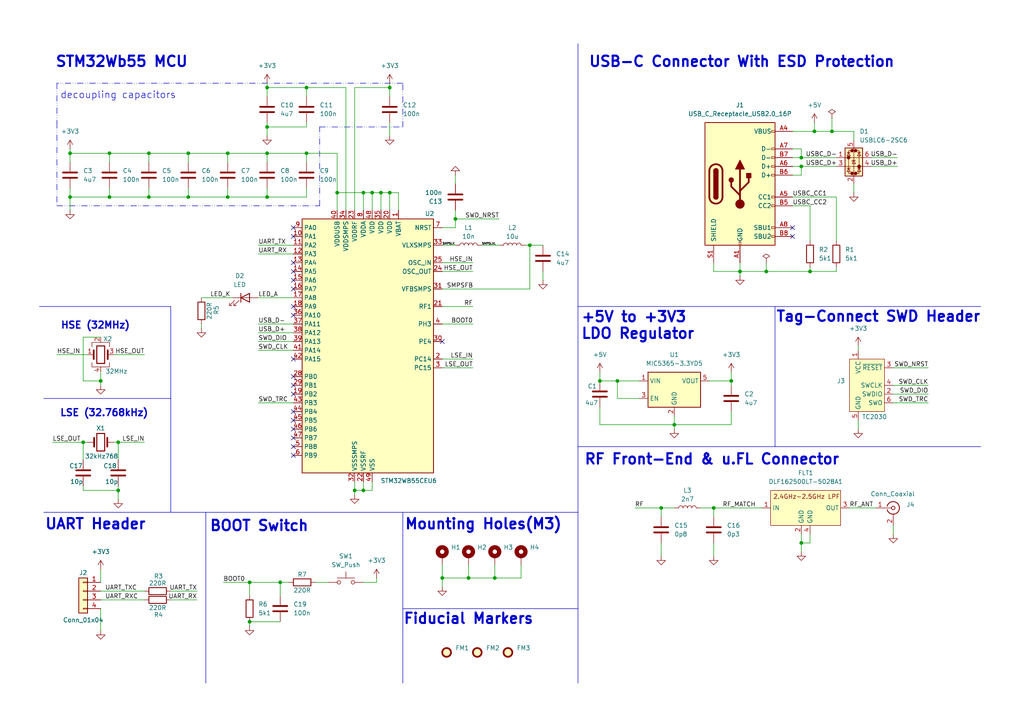
<source format=kicad_sch>
(kicad_sch (version 20231120) (generator "eeschema") (generator_version "8.0")
  (paper "A4")
  (title_block (title "STM32WB bluetooth module with RF") (date "2024-05-01") (rev "A"))
  (lib_symbols
    (symbol "Connector:Conn_ARM_SWD_TagConnect_TC2030" (in_bom no)
      (property "Reference" "J" (at 2.54 11.43 0))
      (property "Value" "Conn_ARM_SWD_TagConnect_TC2030" (at 5.08 8.89 0))
      (symbol "Conn_ARM_SWD_TagConnect_TC2030_0_0"
        (pin power_in line (at -2.54 10.16 270) (length 2.54) (name "VCC") (number "1"))
        (pin bidirectional line (at 7.62 -2.54 180) (length 2.54) (name "SWDIO") (number "2"))
        (pin open_collector line (at 7.62 5.08 180) (length 2.54) (name "~{RESET}") (number "3"))
        (pin output line (at 7.62 0 180) (length 2.54) (name "SWCLK") (number "4"))
        (pin power_in line (at -2.54 -10.16 90) (length 2.54) (name "GND") (number "5"))
        (pin input line (at 7.62 -5.08 180) (length 2.54) (name "SWO") (number "6"))
      )
    )
    (symbol "Connector:Conn_Coaxial" (pin_names (offset 1.016) hide)
      (property "Reference" "J" (at 0.254 3.048 0))
      (property "Value" "Conn_Coaxial" (at 2.921 0 90))
      (symbol "Conn_Coaxial_1_1"
        (pin passive line (at -5.08 0 0) (length 2.54) (name "In") (number "1"))
        (pin passive line (at 0 -5.08 90) (length 2.54) (name "Ext") (number "2"))
      )
    )
    (symbol "Connector:USB_C_Receptacle_USB2.0_16P" (pin_names (offset 1.016))
      (property "Reference" "J1" (at 0 22.86 0))
      (property "Value" "USB_C_Receptacle_USB2.0_16P" (at 0 20.32 0))
      (symbol "USB_C_Receptacle_USB2.0_16P_1_1"
        (pin passive line (at 0 -22.86 90) (length 5.08) (name "GND") (number "A1"))
        (pin passive line (at 0 -22.86 90) (length 5.08) hide (name "GND") (number "A12"))
        (pin passive line (at 15.24 15.24 180) (length 5.08) (name "VBUS") (number "A4"))
        (pin bidirectional line (at 15.24 -3.81 180) (length 5.08) (name "CC1") (number "A5"))
        (pin bidirectional line (at 15.24 5.08 180) (length 5.08) (name "D+") (number "A6"))
        (pin bidirectional line (at 15.24 10.16 180) (length 5.08) (name "D-") (number "A7"))
        (pin bidirectional line (at 15.24 -12.7 180) (length 5.08) (name "SBU1") (number "A8"))
        (pin passive line (at 15.24 15.24 180) (length 5.08) hide (name "VBUS") (number "A9"))
        (pin passive line (at 0 -22.86 90) (length 5.08) hide (name "GND") (number "B1"))
        (pin passive line (at 0 -22.86 90) (length 5.08) hide (name "GND") (number "B12"))
        (pin passive line (at 15.24 15.24 180) (length 5.08) hide (name "VBUS") (number "B4"))
        (pin bidirectional line (at 15.24 -6.35 180) (length 5.08) (name "CC2") (number "B5"))
        (pin bidirectional line (at 15.24 2.54 180) (length 5.08) (name "D+") (number "B6"))
        (pin bidirectional line (at 15.24 7.62 180) (length 5.08) (name "D-") (number "B7"))
        (pin bidirectional line (at 15.24 -15.24 180) (length 5.08) (name "SBU2") (number "B8"))
        (pin passive line (at 15.24 15.24 180) (length 5.08) hide (name "VBUS") (number "B9"))
        (pin passive line (at -7.62 -22.86 90) (length 5.08) (name "SHIELD") (number "S1"))
      )
    )
    (symbol "Connector_Generic:Conn_01x04" (pin_names (offset 1.016) hide)
      (property "Reference" "J" (at 0 5.08 0))
      (property "Value" "Conn_01x04" (at 0 -7.62 0))
      (symbol "Conn_01x04_1_1"
        (pin passive line (at -5.08 2.54 0) (length 3.81) (name "Pin_1") (number "1"))
        (pin passive line (at -5.08 0 0) (length 3.81) (name "Pin_2") (number "2"))
        (pin passive line (at -5.08 -2.54 0) (length 3.81) (name "Pin_3") (number "3"))
        (pin passive line (at -5.08 -5.08 0) (length 3.81) (name "Pin_4") (number "4"))
      )
    )
    (symbol "Device:C" (pin_numbers hide) (pin_names (offset 0.254))
      (property "Reference" "C" (at 0.635 2.54 0))
      (property "Value" "C" (at 0.635 -2.54 0))
      (symbol "C_1_1"
        (pin passive line (at 0 3.81 270) (length 2.794) (name "~") (number "1"))
        (pin passive line (at 0 -3.81 90) (length 2.794) (name "~") (number "2"))
      )
    )
    (symbol "Device:Crystal" (pin_numbers hide) (pin_names (offset 1.016) hide)
      (property "Reference" "Y" (at 0 3.81 0))
      (property "Value" "Crystal" (at 0 -3.81 0))
      (symbol "Crystal_1_1"
        (pin passive line (at -3.81 0 0) (length 1.27) (name "1") (number "1"))
        (pin passive line (at 3.81 0 180) (length 1.27) (name "2") (number "2"))
      )
    )
    (symbol "Device:Crystal_GND24" (pin_names (offset 1.016) hide)
      (property "Reference" "Y" (at 3.175 5.08 0))
      (property "Value" "Crystal_GND24" (at 3.175 3.175 0))
      (symbol "Crystal_GND24_1_1"
        (pin passive line (at -3.81 0 0) (length 1.27) (name "1") (number "1"))
        (pin passive line (at 0 5.08 270) (length 1.27) (name "2") (number "2"))
        (pin passive line (at 3.81 0 180) (length 1.27) (name "3") (number "3"))
        (pin passive line (at 0 -5.08 90) (length 1.27) (name "4") (number "4"))
      )
    )
    (symbol "Device:L" (pin_numbers hide) (pin_names (offset 1.016) hide)
      (property "Reference" "L" (at -1.27 0 90))
      (property "Value" "L" (at 1.905 0 90))
      (symbol "L_1_1"
        (pin passive line (at 0 3.81 270) (length 1.27) (name "1") (number "1"))
        (pin passive line (at 0 -3.81 90) (length 1.27) (name "2") (number "2"))
      )
    )
    (symbol "Device:LED" (pin_numbers hide) (pin_names (offset 1.016) hide)
      (property "Reference" "D" (at 0 2.54 0))
      (property "Value" "LED" (at 0 -2.54 0))
      (symbol "LED_1_1"
        (pin passive line (at -3.81 0 0) (length 2.54) (name "K") (number "1"))
        (pin passive line (at 3.81 0 180) (length 2.54) (name "A") (number "2"))
      )
    )
    (symbol "Device:R" (pin_numbers hide) (pin_names (offset 0))
      (property "Reference" "R" (at 2.032 0 90))
      (property "Value" "R" (at 0 0 90))
      (symbol "R_1_1"
        (pin passive line (at 0 3.81 270) (length 1.27) (name "~") (number "1"))
        (pin passive line (at 0 -3.81 90) (length 1.27) (name "~") (number "2"))
      )
    )
    (symbol "MCU_ST_STM32WB:STM32WB55CEUx"
      (property "Reference" "U" (at -17.78 39.37 0))
      (property "Value" "STM32WB55CEUx" (at 12.7 39.37 0))
      (symbol "STM32WB55CEUx_1_1"
        (pin power_in line (at -7.62 40.64 270) (length 2.54) (name "VBAT") (number "1"))
        (pin bidirectional line (at 22.86 33.02 180) (length 2.54) (name "PA1") (number "10"))
        (pin bidirectional line (at 22.86 30.48 180) (length 2.54) (name "PA2") (number "11"))
        (pin bidirectional line (at 22.86 27.94 180) (length 2.54) (name "PA3") (number "12"))
        (pin bidirectional line (at 22.86 25.4 180) (length 2.54) (name "PA4") (number "13"))
        (pin bidirectional line (at 22.86 22.86 180) (length 2.54) (name "PA5") (number "14"))
        (pin bidirectional line (at 22.86 20.32 180) (length 2.54) (name "PA6") (number "15"))
        (pin bidirectional line (at 22.86 17.78 180) (length 2.54) (name "PA7") (number "16"))
        (pin bidirectional line (at 22.86 15.24 180) (length 2.54) (name "PA8") (number "17"))
        (pin bidirectional line (at 22.86 12.7 180) (length 2.54) (name "PA9") (number "18"))
        (pin bidirectional line (at 22.86 -12.7 180) (length 2.54) (name "PB2") (number "19"))
        (pin bidirectional line (at -20.32 -2.54 0) (length 2.54) (name "PC14") (number "2"))
        (pin power_in line (at -5.08 40.64 270) (length 2.54) (name "VDD") (number "20"))
        (pin bidirectional line (at -20.32 12.7 0) (length 2.54) (name "RF1") (number "21"))
        (pin power_in line (at 2.54 -38.1 90) (length 2.54) (name "VSSRF") (number "22"))
        (pin power_in line (at 5.08 40.64 270) (length 2.54) (name "VDDRF") (number "23"))
        (pin input line (at -20.32 22.86 0) (length 2.54) (name "OSC_OUT") (number "24"))
        (pin input line (at -20.32 25.4 0) (length 2.54) (name "OSC_IN") (number "25"))
        (pin no_connect line (at -17.78 -35.56 0) (length 2.54) hide (name "AT0") (number "26"))
        (pin no_connect line (at -17.78 -33.02 0) (length 2.54) hide (name "AT1") (number "27"))
        (pin bidirectional line (at 22.86 -7.62 180) (length 2.54) (name "PB0") (number "28"))
        (pin bidirectional line (at 22.86 -10.16 180) (length 2.54) (name "PB1") (number "29"))
        (pin bidirectional line (at -20.32 -5.08 0) (length 2.54) (name "PC15") (number "3"))
        (pin bidirectional line (at -20.32 2.54 0) (length 2.54) (name "PE4") (number "30"))
        (pin input line (at -20.32 17.78 0) (length 2.54) (name "VFBSMPS") (number "31"))
        (pin power_in line (at 5.08 -38.1 90) (length 2.54) (name "VSSSMPS") (number "32"))
        (pin power_in line (at -20.32 30.48 0) (length 2.54) (name "VLXSMPS") (number "33"))
        (pin power_in line (at 7.62 40.64 270) (length 2.54) (name "VDDSMPS") (number "34"))
        (pin power_in line (at -2.54 40.64 270) (length 2.54) (name "VDD") (number "35"))
        (pin bidirectional line (at 22.86 10.16 180) (length 2.54) (name "PA10") (number "36"))
        (pin bidirectional line (at 22.86 7.62 180) (length 2.54) (name "PA11") (number "37"))
        (pin bidirectional line (at 22.86 5.08 180) (length 2.54) (name "PA12") (number "38"))
        (pin bidirectional line (at 22.86 2.54 180) (length 2.54) (name "PA13") (number "39"))
        (pin bidirectional line (at -20.32 7.62 0) (length 2.54) (name "PH3") (number "4"))
        (pin power_in line (at 10.16 40.64 270) (length 2.54) (name "VDDUSB") (number "40"))
        (pin bidirectional line (at 22.86 0 180) (length 2.54) (name "PA14") (number "41"))
        (pin bidirectional line (at 22.86 -2.54 180) (length 2.54) (name "PA15") (number "42"))
        (pin bidirectional line (at 22.86 -15.24 180) (length 2.54) (name "PB3") (number "43"))
        (pin bidirectional line (at 22.86 -17.78 180) (length 2.54) (name "PB4") (number "44"))
        (pin bidirectional line (at 22.86 -20.32 180) (length 2.54) (name "PB5") (number "45"))
        (pin bidirectional line (at 22.86 -22.86 180) (length 2.54) (name "PB6") (number "46"))
        (pin bidirectional line (at 22.86 -25.4 180) (length 2.54) (name "PB7") (number "47"))
        (pin power_in line (at 0 40.64 270) (length 2.54) (name "VDD") (number "48"))
        (pin power_in line (at 0 -38.1 90) (length 2.54) (name "VSS") (number "49"))
        (pin bidirectional line (at 22.86 -27.94 180) (length 2.54) (name "PB8") (number "5"))
        (pin bidirectional line (at 22.86 -30.48 180) (length 2.54) (name "PB9") (number "6"))
        (pin input line (at -20.32 35.56 0) (length 2.54) (name "NRST") (number "7"))
        (pin power_in line (at 2.54 40.64 270) (length 2.54) (name "VDDA") (number "8"))
        (pin bidirectional line (at 22.86 35.56 180) (length 2.54) (name "PA0") (number "9"))
      )
    )
    (symbol "Mechanical:Fiducial" (exclude_from_sim yes) (in_bom no)
      (property "Reference" "FID" (at 0 5.08 0))
      (property "Value" "Fiducial" (at 0 3.175 0))
    )
    (symbol "Mechanical:MountingHole_Pad" (pin_numbers hide) (pin_names (offset 1.016) hide) (exclude_from_sim yes) (in_bom no)
      (property "Reference" "H" (at 0 6.35 0))
      (property "Value" "MountingHole_Pad" (at 0 4.445 0))
      (symbol "MountingHole_Pad_1_1"
        (pin input line (at 0 -2.54 90) (length 2.54) (name "1") (number "1"))
      )
    )
    (symbol "Power_Protection:USBLC6-2SC6" (pin_names hide)
      (property "Reference" "U" (at 0.635 5.715 0))
      (property "Value" "USBLC6-2SC6" (at 0.635 3.81 0))
      (symbol "USBLC6-2SC6_1_1"
        (pin passive line (at -5.08 0 0) (length 2.54) (name "I/O1") (number "1"))
        (pin passive line (at 0 -7.62 90) (length 2.54) (name "GND") (number "2"))
        (pin passive line (at -5.08 -2.54 0) (length 2.54) (name "I/O2") (number "3"))
        (pin passive line (at 5.08 -2.54 180) (length 2.54) (name "I/O2") (number "4"))
        (pin passive line (at 0 5.08 270) (length 2.54) (name "VBUS") (number "5"))
        (pin passive line (at 5.08 0 180) (length 2.54) (name "I/O1") (number "6"))
      )
    )
    (symbol "Regulator_Linear:MIC5365-3.3YD5"
      (property "Reference" "U" (at -7.62 6.35 0))
      (property "Value" "MIC5365-3.3YD5" (at 0 6.35 0))
      (symbol "MIC5365-3.3YD5_1_1"
        (pin power_in line (at -10.16 2.54 0) (length 2.54) (name "VIN") (number "1"))
        (pin power_in line (at 0 -7.62 90) (length 2.54) (name "GND") (number "2"))
        (pin input line (at -10.16 -2.54 0) (length 2.54) (name "EN") (number "3"))
        (pin no_connect line (at 7.62 -2.54 180) (length 2.54) hide (name "NC") (number "4"))
        (pin power_out line (at 10.16 2.54 180) (length 2.54) (name "VOUT") (number "5"))
      )
    )
    (symbol "Switch:SW_Push" (pin_numbers hide) (pin_names (offset 1.016) hide)
      (property "Reference" "SW" (at 1.27 2.54 0))
      (property "Value" "SW_Push" (at 0 -1.524 0))
      (symbol "SW_Push_0_1"
        (pin passive line (at -5.08 0 0) (length 2.54) (name "1") (number "1"))
        (pin passive line (at 5.08 0 180) (length 2.54) (name "2") (number "2"))
      )
    )
    (symbol "power:+3V3" (power) (pin_numbers hide) (pin_names (offset 0) hide)
      (property "Value" "+3V3" (at 0 3.556 0))
      (symbol "+3V3_1_1"
        (pin power_in line (at 0 0 90) (length 0) (name "~") (number "1"))
      )
    )
    (symbol "power:+5V" (power) (pin_numbers hide) (pin_names (offset 0) hide)
      (property "Value" "+5V" (at 0 3.556 0))
      (symbol "+5V_1_1"
        (pin power_in line (at 0 0 90) (length 0) (name "~") (number "1"))
      )
    )
    (symbol "power:GND" (power) (pin_numbers hide) (pin_names (offset 0) hide)
      (property "Value" "GND" (at 0 -3.81 0))
      (symbol "GND_1_1"
        (pin power_in line (at 0 0 270) (length 0) (name "~") (number "1"))
      )
    )
    (symbol "power:PWR_FLAG" (power) (pin_numbers hide) (pin_names (offset 0) hide)
      (property "Value" "PWR_FLAG" (at 0 3.81 0))
      (symbol "PWR_FLAG_0_0"
        (pin power_out line (at 0 0 90) (length 0) (name "~") (number "1"))
      )
    )
    (symbol "stm32bluetooth_schematicsSymbols:DLF162500LT-5028A1"
      (property "Reference" "FLT" (at 0 6.096 0))
      (property "Value" "DLF162500LT-5028A1" (at 13.208 -6.35 0))
      (symbol "DLF162500LT-5028A1_0_0"
        (pin passive line (at -12.7 0 0) (length 2.54) (name "IN") (number "1"))
        (pin passive line (at -1.27 -7.62 90) (length 2.54) (name "GND") (number "2"))
        (pin passive line (at 12.7 0 180) (length 2.54) (name "OUT") (number "3"))
        (pin passive line (at 1.27 -7.62 90) (length 2.54) (name "GND") (number "4"))
      )
      (symbol "DLF162500LT-5028A1_1_1"
        (text "2.4GHz-2.5GHz LPF" (at 0.254 3.302 0) (effects (font (size 1.27 1.27))))
      )
    )
  )
  (junction (at 222.25 78.74))
  (junction (at 81.28 168.91))
  (junction (at 97.79 55.88))
  (junction (at 179.07 110.49))
  (junction (at 43.18 57.15))
  (junction (at 88.9 44.45))
  (junction (at 132.08 63.5))
  (junction (at 34.29 142.24))
  (junction (at 173.99 110.49))
  (junction (at 105.41 55.88))
  (junction (at 72.39 168.91))
  (junction (at 54.61 44.45))
  (junction (at 77.47 44.45))
  (junction (at 232.41 45.72))
  (junction (at 77.47 57.15))
  (junction (at 43.18 44.45))
  (junction (at 207.01 147.32))
  (junction (at 232.41 157.48))
  (junction (at 153.67 71.12))
  (junction (at 31.75 44.45))
  (junction (at 20.32 57.15))
  (junction (at 88.9 25.4))
  (junction (at 77.47 25.4))
  (junction (at 20.32 44.45))
  (junction (at 77.47 36.83))
  (junction (at 110.49 55.88))
  (junction (at 113.03 25.4))
  (junction (at 214.63 78.74))
  (junction (at 128.27 167.64))
  (junction (at 135.89 167.64))
  (junction (at 34.29 128.27))
  (junction (at 72.39 180.34))
  (junction (at 241.3 38.1))
  (junction (at 29.21 110.49))
  (junction (at 234.95 78.74))
  (junction (at 54.61 57.15))
  (junction (at 232.41 48.26))
  (junction (at 195.58 123.19))
  (junction (at 102.87 142.24))
  (junction (at 113.03 55.88))
  (junction (at 191.77 147.32))
  (junction (at 236.22 38.1))
  (junction (at 143.51 167.64))
  (junction (at 107.95 55.88))
  (junction (at 105.41 142.24))
  (junction (at 66.04 44.45))
  (junction (at 24.13 128.27))
  (junction (at 31.75 57.15))
  (junction (at 66.04 57.15))
  (junction (at 212.09 110.49))
  (no_connect (at 85.09 88.9))
  (no_connect (at 85.09 109.22))
  (no_connect (at 85.09 68.58))
  (no_connect (at 85.09 127))
  (no_connect (at 85.09 91.44))
  (no_connect (at 85.09 104.14))
  (no_connect (at 85.09 114.3))
  (no_connect (at 85.09 132.08))
  (no_connect (at 85.09 78.74))
  (no_connect (at 229.87 66.04))
  (no_connect (at 229.87 68.58))
  (no_connect (at 128.27 99.06))
  (no_connect (at 85.09 121.92))
  (no_connect (at 85.09 124.46))
  (no_connect (at 85.09 119.38))
  (no_connect (at 85.09 83.82))
  (no_connect (at 85.09 129.54))
  (no_connect (at 85.09 76.2))
  (no_connect (at 85.09 111.76))
  (no_connect (at 85.09 81.28))
  (no_connect (at 85.09 66.04))
  (wire (pts (xy 157.48 78.74) (xy 157.48 81.28)))
  (wire (pts (xy 232.41 154.94) (xy 232.41 157.48)))
  (wire (pts (xy 151.13 167.64) (xy 143.51 167.64)))
  (wire (pts (xy 66.04 54.61) (xy 66.04 57.15)))
  (wire (pts (xy 185.42 115.57) (xy 179.07 115.57)))
  (wire (pts (xy 128.27 93.98) (xy 137.16 93.98)))
  (wire (pts (xy 242.57 78.74) (xy 234.95 78.74)))
  (wire (pts (xy 232.41 45.72) (xy 242.57 45.72)))
  (wire (pts (xy 66.04 44.45) (xy 66.04 46.99)))
  (wire (pts (xy 241.3 34.29) (xy 241.3 38.1)))
  (wire (pts (xy 102.87 139.7) (xy 102.87 142.24)))
  (wire (pts (xy 191.77 157.48) (xy 191.77 161.29)))
  (wire (pts (xy 105.41 139.7) (xy 105.41 142.24)))
  (wire (pts (xy 77.47 36.83) (xy 88.9 36.83)))
  (wire (pts (xy 105.41 142.24) (xy 102.87 142.24)))
  (polyline (pts (xy 92.71 59.69) (xy 92.71 36.83)) (stroke (width 0) (type dash_dot_dot)))
  (wire (pts (xy 34.29 128.27) (xy 34.29 133.35)))
  (wire (pts (xy 207.01 147.32) (xy 207.01 149.86)))
  (wire (pts (xy 43.18 44.45) (xy 54.61 44.45)))
  (wire (pts (xy 139.7 71.12) (xy 144.78 71.12)))
  (wire (pts (xy 24.13 110.49) (xy 29.21 110.49)))
  (wire (pts (xy 128.27 88.9) (xy 137.16 88.9)))
  (wire (pts (xy 232.41 48.26) (xy 232.41 50.8)))
  (wire (pts (xy 74.93 71.12) (xy 85.09 71.12)))
  (wire (pts (xy 191.77 147.32) (xy 191.77 149.86)))
  (wire (pts (xy 128.27 104.14) (xy 137.16 104.14)))
  (wire (pts (xy 105.41 55.88) (xy 105.41 60.96)))
  (wire (pts (xy 72.39 168.91) (xy 72.39 172.72)))
  (wire (pts (xy 115.57 55.88) (xy 115.57 60.96)))
  (wire (pts (xy 33.02 128.27) (xy 34.29 128.27)))
  (wire (pts (xy 132.08 63.5) (xy 144.78 63.5)))
  (wire (pts (xy 229.87 57.15) (xy 242.57 57.15)))
  (wire (pts (xy 49.53 173.99) (xy 57.15 173.99)))
  (wire (pts (xy 29.21 165.1) (xy 29.21 168.91)))
  (wire (pts (xy 179.07 115.57) (xy 179.07 110.49)))
  (wire (pts (xy 143.51 167.64) (xy 135.89 167.64)))
  (wire (pts (xy 207.01 147.32) (xy 220.98 147.32)))
  (wire (pts (xy 151.13 163.83) (xy 151.13 167.64)))
  (wire (pts (xy 234.95 154.94) (xy 234.95 157.48)))
  (wire (pts (xy 34.29 142.24) (xy 34.29 144.78)))
  (wire (pts (xy 77.47 25.4) (xy 88.9 25.4)))
  (wire (pts (xy 77.47 36.83) (xy 77.47 39.37)))
  (wire (pts (xy 88.9 25.4) (xy 100.33 25.4)))
  (wire (pts (xy 236.22 35.56) (xy 236.22 38.1)))
  (wire (pts (xy 74.93 101.6) (xy 85.09 101.6)))
  (wire (pts (xy 74.93 116.84) (xy 85.09 116.84)))
  (wire (pts (xy 77.47 54.61) (xy 77.47 57.15)))
  (wire (pts (xy 246.38 147.32) (xy 254 147.32)))
  (polyline (pts (xy 16.51 59.69) (xy 92.71 59.69)) (stroke (width 0) (type dash_dot_dot)))
  (polyline (pts (xy 116.84 24.13) (xy 16.51 24.13)) (stroke (width 0) (type dash_dot_dot)))
  (wire (pts (xy 58.42 86.36) (xy 67.31 86.36)))
  (wire (pts (xy 128.27 66.04) (xy 132.08 66.04)))
  (wire (pts (xy 49.53 171.45) (xy 57.15 171.45)))
  (wire (pts (xy 100.33 60.96) (xy 100.33 25.4)))
  (wire (pts (xy 81.28 172.72) (xy 81.28 168.91)))
  (wire (pts (xy 43.18 54.61) (xy 43.18 57.15)))
  (wire (pts (xy 128.27 83.82) (xy 153.67 83.82)))
  (wire (pts (xy 207.01 78.74) (xy 214.63 78.74)))
  (wire (pts (xy 29.21 173.99) (xy 41.91 173.99)))
  (wire (pts (xy 54.61 54.61) (xy 54.61 57.15)))
  (wire (pts (xy 234.95 157.48) (xy 232.41 157.48)))
  (wire (pts (xy 29.21 176.53) (xy 29.21 182.88)))
  (wire (pts (xy 214.63 78.74) (xy 222.25 78.74)))
  (wire (pts (xy 41.91 102.87) (xy 33.02 102.87)))
  (wire (pts (xy 88.9 44.45) (xy 97.79 44.45)))
  (wire (pts (xy 207.01 76.2) (xy 207.01 78.74)))
  (wire (pts (xy 105.41 168.91) (xy 109.22 168.91)))
  (wire (pts (xy 77.47 44.45) (xy 77.47 46.99)))
  (wire (pts (xy 184.15 147.32) (xy 191.77 147.32)))
  (polyline (pts (xy 224.79 88.9) (xy 224.79 129.54)))
  (wire (pts (xy 128.27 106.68) (xy 137.16 106.68)))
  (wire (pts (xy 74.93 86.36) (xy 85.09 86.36)))
  (polyline (pts (xy 167.64 12.7) (xy 167.64 198.12)))
  (wire (pts (xy 259.08 116.84) (xy 269.24 116.84)))
  (wire (pts (xy 88.9 57.15) (xy 88.9 54.61)))
  (wire (pts (xy 179.07 110.49) (xy 185.42 110.49)))
  (wire (pts (xy 128.27 76.2) (xy 137.16 76.2)))
  (wire (pts (xy 88.9 27.94) (xy 88.9 25.4)))
  (polyline (pts (xy 49.53 88.9) (xy 49.53 148.59)))
  (wire (pts (xy 20.32 57.15) (xy 31.75 57.15)))
  (wire (pts (xy 15.24 128.27) (xy 24.13 128.27)))
  (wire (pts (xy 29.21 110.49) (xy 29.21 111.76)))
  (wire (pts (xy 113.03 55.88) (xy 113.03 60.96)))
  (wire (pts (xy 252.73 48.26) (xy 260.35 48.26)))
  (wire (pts (xy 113.03 24.13) (xy 113.03 25.4)))
  (wire (pts (xy 74.93 93.98) (xy 85.09 93.98)))
  (wire (pts (xy 88.9 35.56) (xy 88.9 36.83)))
  (polyline (pts (xy 11.43 88.9) (xy 49.53 88.9)))
  (wire (pts (xy 214.63 78.74) (xy 214.63 80.01)))
  (wire (pts (xy 205.74 110.49) (xy 212.09 110.49)))
  (wire (pts (xy 143.51 163.83) (xy 143.51 167.64)))
  (wire (pts (xy 212.09 123.19) (xy 195.58 123.19)))
  (wire (pts (xy 259.08 152.4) (xy 259.08 154.94)))
  (polyline (pts (xy 116.84 148.59) (xy 116.84 198.12)))
  (wire (pts (xy 173.99 118.11) (xy 173.99 123.19)))
  (wire (pts (xy 232.41 48.26) (xy 242.57 48.26)))
  (polyline (pts (xy 12.7 115.57) (xy 49.53 115.57)))
  (polyline (pts (xy 92.71 36.83) (xy 116.84 36.83)) (stroke (width 0) (type dash_dot_dot)))
  (polyline (pts (xy 167.64 129.54) (xy 284.48 129.54)))
  (wire (pts (xy 107.95 142.24) (xy 105.41 142.24)))
  (wire (pts (xy 72.39 180.34) (xy 72.39 181.61)))
  (wire (pts (xy 31.75 54.61) (xy 31.75 57.15)))
  (wire (pts (xy 152.4 71.12) (xy 153.67 71.12)))
  (wire (pts (xy 259.08 111.76) (xy 269.24 111.76)))
  (wire (pts (xy 54.61 44.45) (xy 66.04 44.45)))
  (wire (pts (xy 242.57 57.15) (xy 242.57 69.85)))
  (wire (pts (xy 212.09 119.38) (xy 212.09 123.19)))
  (polyline (pts (xy 16.51 24.13) (xy 16.51 35.56)) (stroke (width 0) (type dash_dot_dot)))
  (wire (pts (xy 24.13 140.97) (xy 24.13 142.24)))
  (wire (pts (xy 110.49 55.88) (xy 113.03 55.88)))
  (wire (pts (xy 20.32 43.18) (xy 20.32 44.45)))
  (wire (pts (xy 229.87 50.8) (xy 232.41 50.8)))
  (wire (pts (xy 247.65 53.34) (xy 247.65 55.88)))
  (wire (pts (xy 113.03 35.56) (xy 113.03 39.37)))
  (wire (pts (xy 153.67 83.82) (xy 153.67 71.12)))
  (wire (pts (xy 107.95 55.88) (xy 110.49 55.88)))
  (wire (pts (xy 252.73 45.72) (xy 260.35 45.72)))
  (wire (pts (xy 74.93 99.06) (xy 85.09 99.06)))
  (wire (pts (xy 241.3 38.1) (xy 247.65 38.1)))
  (wire (pts (xy 203.2 147.32) (xy 207.01 147.32)))
  (wire (pts (xy 222.25 76.2) (xy 222.25 78.74)))
  (wire (pts (xy 128.27 163.83) (xy 128.27 167.64)))
  (wire (pts (xy 31.75 44.45) (xy 43.18 44.45)))
  (wire (pts (xy 259.08 106.68) (xy 269.24 106.68)))
  (wire (pts (xy 259.08 114.3) (xy 269.24 114.3)))
  (wire (pts (xy 242.57 77.47) (xy 242.57 78.74)))
  (wire (pts (xy 97.79 55.88) (xy 105.41 55.88)))
  (wire (pts (xy 20.32 57.15) (xy 20.32 60.96)))
  (wire (pts (xy 24.13 97.79) (xy 24.13 110.49)))
  (wire (pts (xy 72.39 180.34) (xy 81.28 180.34)))
  (wire (pts (xy 105.41 55.88) (xy 107.95 55.88)))
  (wire (pts (xy 229.87 59.69) (xy 234.95 59.69)))
  (wire (pts (xy 132.08 63.5) (xy 132.08 60.96)))
  (wire (pts (xy 77.47 24.13) (xy 77.47 25.4)))
  (wire (pts (xy 72.39 168.91) (xy 81.28 168.91)))
  (wire (pts (xy 229.87 38.1) (xy 236.22 38.1)))
  (wire (pts (xy 128.27 71.12) (xy 132.08 71.12)))
  (wire (pts (xy 77.47 27.94) (xy 77.47 25.4)))
  (wire (pts (xy 24.13 128.27) (xy 24.13 133.35)))
  (wire (pts (xy 54.61 57.15) (xy 66.04 57.15)))
  (wire (pts (xy 113.03 55.88) (xy 115.57 55.88)))
  (wire (pts (xy 234.95 77.47) (xy 234.95 78.74)))
  (wire (pts (xy 74.93 96.52) (xy 85.09 96.52)))
  (wire (pts (xy 102.87 142.24) (xy 102.87 143.51)))
  (wire (pts (xy 195.58 123.19) (xy 195.58 124.46)))
  (wire (pts (xy 229.87 45.72) (xy 232.41 45.72)))
  (wire (pts (xy 248.92 121.92) (xy 248.92 124.46)))
  (wire (pts (xy 88.9 44.45) (xy 88.9 46.99)))
  (wire (pts (xy 77.47 35.56) (xy 77.47 36.83)))
  (wire (pts (xy 107.95 139.7) (xy 107.95 142.24)))
  (wire (pts (xy 113.03 25.4) (xy 113.03 27.94)))
  (polyline (pts (xy 59.69 148.59) (xy 59.69 198.12)))
  (wire (pts (xy 58.42 93.98) (xy 58.42 95.25)))
  (wire (pts (xy 77.47 57.15) (xy 88.9 57.15)))
  (wire (pts (xy 173.99 107.95) (xy 173.99 110.49)))
  (wire (pts (xy 232.41 43.18) (xy 232.41 45.72)))
  (wire (pts (xy 128.27 78.74) (xy 137.16 78.74)))
  (wire (pts (xy 110.49 55.88) (xy 110.49 60.96)))
  (wire (pts (xy 234.95 59.69) (xy 234.95 69.85)))
  (wire (pts (xy 153.67 71.12) (xy 157.48 71.12)))
  (wire (pts (xy 222.25 78.74) (xy 234.95 78.74)))
  (wire (pts (xy 207.01 157.48) (xy 207.01 161.29)))
  (wire (pts (xy 229.87 43.18) (xy 232.41 43.18)))
  (wire (pts (xy 102.87 60.96) (xy 102.87 25.4)))
  (wire (pts (xy 66.04 57.15) (xy 77.47 57.15)))
  (wire (pts (xy 97.79 44.45) (xy 97.79 55.88)))
  (wire (pts (xy 34.29 142.24) (xy 34.29 140.97)))
  (wire (pts (xy 247.65 38.1) (xy 247.65 40.64)))
  (wire (pts (xy 128.27 167.64) (xy 128.27 170.18)))
  (polyline (pts (xy 116.84 176.53) (xy 167.64 176.53)))
  (wire (pts (xy 107.95 55.88) (xy 107.95 60.96)))
  (wire (pts (xy 191.77 147.32) (xy 195.58 147.32)))
  (wire (pts (xy 29.21 171.45) (xy 41.91 171.45)))
  (wire (pts (xy 77.47 44.45) (xy 88.9 44.45)))
  (wire (pts (xy 173.99 123.19) (xy 195.58 123.19)))
  (polyline (pts (xy 116.84 36.83) (xy 116.84 24.13)) (stroke (width 0) (type dash_dot_dot)))
  (wire (pts (xy 135.89 163.83) (xy 135.89 167.64)))
  (wire (pts (xy 229.87 48.26) (xy 232.41 48.26)))
  (polyline (pts (xy 167.64 88.9) (xy 284.48 88.9)))
  (wire (pts (xy 212.09 107.95) (xy 212.09 110.49)))
  (wire (pts (xy 91.44 168.91) (xy 95.25 168.91)))
  (wire (pts (xy 34.29 128.27) (xy 41.91 128.27)))
  (wire (pts (xy 31.75 46.99) (xy 31.75 44.45)))
  (wire (pts (xy 43.18 57.15) (xy 54.61 57.15)))
  (wire (pts (xy 102.87 25.4) (xy 113.03 25.4)))
  (wire (pts (xy 132.08 66.04) (xy 132.08 63.5)))
  (wire (pts (xy 109.22 167.64) (xy 109.22 168.91)))
  (wire (pts (xy 74.93 73.66) (xy 85.09 73.66)))
  (wire (pts (xy 232.41 157.48) (xy 232.41 160.02)))
  (wire (pts (xy 248.92 100.33) (xy 248.92 101.6)))
  (polyline (pts (xy 12.7 148.59) (xy 167.64 148.59)))
  (wire (pts (xy 24.13 142.24) (xy 34.29 142.24)))
  (wire (pts (xy 214.63 76.2) (xy 214.63 78.74)))
  (wire (pts (xy 132.08 53.34) (xy 132.08 50.8)))
  (wire (pts (xy 97.79 60.96) (xy 97.79 55.88)))
  (wire (pts (xy 20.32 44.45) (xy 31.75 44.45)))
  (wire (pts (xy 31.75 57.15) (xy 43.18 57.15)))
  (wire (pts (xy 29.21 97.79) (xy 24.13 97.79)))
  (wire (pts (xy 24.13 128.27) (xy 25.4 128.27)))
  (wire (pts (xy 20.32 54.61) (xy 20.32 57.15)))
  (wire (pts (xy 64.77 168.91) (xy 72.39 168.91)))
  (wire (pts (xy 43.18 44.45) (xy 43.18 46.99)))
  (wire (pts (xy 195.58 120.65) (xy 195.58 123.19)))
  (wire (pts (xy 66.04 44.45) (xy 77.47 44.45)))
  (wire (pts (xy 173.99 110.49) (xy 179.07 110.49)))
  (wire (pts (xy 20.32 46.99) (xy 20.32 44.45)))
  (polyline (pts (xy 16.51 35.56) (xy 16.51 59.69)) (stroke (width 0) (type dash_dot_dot)))
  (wire (pts (xy 236.22 38.1) (xy 241.3 38.1)))
  (wire (pts (xy 54.61 44.45) (xy 54.61 46.99)))
  (wire (pts (xy 212.09 110.49) (xy 212.09 111.76)))
  (wire (pts (xy 81.28 168.91) (xy 83.82 168.91)))
  (wire (pts (xy 29.21 107.95) (xy 29.21 110.49)))
  (wire (pts (xy 135.89 167.64) (xy 128.27 167.64)))
  (wire (pts (xy 16.51 102.87) (xy 25.4 102.87)))
  (text_box "Data Sheet:\nhttps://www.st.com/resource/en/application_note/an5165-how-to-develop-rf-hardware-using-stm32wb-microcontrollers-stmicroelectronics.pdf\nhttps://www.st.com/resource/en/application_note/an2867-oscillator-design-guide-for-stm8afals-stm32-mcus-and-mpus-stmicroelectronics.pdf\nhttps://www.st.com/resource/en/datasheet/stm32wb55ce.pdf" (at 12.7 212.09 0) (size 274.32 24.13) (effects (font (size 2 2)) (justify left top)))
  (text "HSE (32MHz)" (at 27.686 94.488 0) (effects (font (size 2 2) (bold yes))))
  (text "+5V to +3V3 \nLDO Regulator" (at 168.402 94.488 0) (effects (font (size 3 3) (bold yes)) (justify left)))
  (text "decoupling capacitors" (at 34.29 27.686 0) (effects (font (size 2 2))))
  (text "USB-C Connector With ESD Protection\n" (at 215.138 18.034 0) (effects (font (size 3 3) (bold yes))))
  (text "STM32Wb55 MCU" (at 35.306 18.034 0) (effects (font (size 3 3) (bold yes))))
  (text "Mounting Holes(M3)" (at 140.208 152.146 0) (effects (font (size 3 3) (bold yes))))
  (text "BOOT Switch" (at 75.184 152.654 0) (effects (font (size 3 3) (bold yes))))
  (text "Tag-Connect SWD Header" (at 254.762 91.948 0) (effects (font (size 3 3) (bold yes))))
  (text "Fiducial Markers" (at 135.89 179.578 0) (effects (font (size 3 3) (bold yes))))
  (text "RF Front-End & u.FL Connector" (at 206.502 133.35 0) (effects (font (size 3 3) (bold yes))))
  (text "LSE (32.768kHz)" (at 30.226 119.888 0) (effects (font (size 2 2) (bold yes))))
  (text "UART Header" (at 27.686 152.146 0) (effects (font (size 3 3) (bold yes))))
  (label "HSE_IN" (at 16.51 102.87 0))
  (label "SWD_CLK" (at 74.93 101.6 0))
  (label "SWD_TRC" (at 74.93 116.84 0))
  (label "UART_TXC" (at 30.48 171.45 0))
  (label "BOOT0" (at 64.77 168.91 0))
  (label "SWD_NRST" (at 269.24 106.68 180))
  (label "LSE_IN" (at 137.16 104.14 180))
  (label "SMPSLXL" (at 139.7 71.12 0) (effects (font (size 0.6 0.6))))
  (label "HSE_IN" (at 137.16 76.2 180))
  (label "LED_K" (at 60.96 86.36 0))
  (label "RF" (at 184.15 147.32 0))
  (label "LSE_OUT" (at 15.24 128.27 0))
  (label "SWD_DIO" (at 269.24 114.3 180))
  (label "SWD_CLK" (at 269.24 111.76 180))
  (label "SWD_NRST" (at 144.78 63.5 180))
  (label "USB_D+" (at 260.35 48.26 180))
  (label "RF" (at 137.16 88.9 180))
  (label "SWD_DIO" (at 74.93 99.06 0))
  (label "SMPSLX" (at 128.27 71.12 0) (effects (font (size 0.6 0.6))))
  (label "UART_TX" (at 74.93 71.12 0))
  (label "UART_RXC" (at 30.48 173.99 0))
  (label "SWD_TRC" (at 269.24 116.84 180))
  (label "RF_ANT" (at 246.38 147.32 0))
  (label "USBC_CC1" (at 229.87 57.15 0))
  (label "USBC_CC2" (at 229.87 59.69 0))
  (label "BOOT0" (at 137.16 93.98 180))
  (label "SMPSFB" (at 129.54 83.82 0))
  (label "USB_D-" (at 74.93 93.98 0))
  (label "USB_D+" (at 74.93 96.52 0))
  (label "UART_TX" (at 57.15 171.45 180))
  (label "RF_MATCH" (at 209.55 147.32 0))
  (label "UART_RX" (at 74.93 73.66 0))
  (label "LSE_OUT" (at 137.16 106.68 180))
  (label "USBC_D-" (at 233.68 45.72 0))
  (label "UART_RX" (at 57.15 173.99 180))
  (label "LSE_IN" (at 41.91 128.27 180))
  (label "HSE_OUT" (at 41.91 102.87 180))
  (label "USBC_D+" (at 233.68 48.26 0))
  (label "USB_D-" (at 260.35 45.72 180))
  (label "LED_A" (at 74.93 86.36 0))
  (label "HSE_OUT" (at 137.16 78.74 180))
  (symbol (lib_id "Device:R") (at 45.72 171.45 90) (unit 1)
    (property "Reference" "R3" (at 45.974 167.132 90))
    (property "Value" "220R" (at 45.72 169.164 90))
    (property "Footprint" "Resistor_SMD:R_0402_1005Metric" (effects (hide yes)))
    (property "Description" "Resistor" (effects (hide yes)))
  )
  (symbol (lib_id "power:GND") (at 58.42 95.25 0) (unit 1)
    (property "Reference" "#PWR0120" (effects (hide yes)))
    (property "Value" "GND" (effects (hide yes)))
    (property "Description" "Power symbol creates a global label with name \"GND\" , ground" (effects (hide yes)))
  )
  (symbol (lib_id "power:+5V") (at 173.99 107.95 0) (unit 1)
    (property "Reference" "#PWR02" (effects (hide yes)))
    (property "Value" "+5V" (at 173.99 102.87 0))
    (property "Description" "Power symbol creates a global label with name \"+5V\"" (effects (hide yes)))
  )
  (symbol (lib_id "Mechanical:MountingHole_Pad") (at 128.27 161.29 0) (unit 1) (exclude_from_sim yes)
    (property "Reference" "H1" (at 130.81 158.7499 0) (effects (justify left)))
    (property "Value" "MountingHole_Pad" (effects (hide yes)))
    (property "Footprint" "MountingHole:MountingHole_2.2mm_M2_Pad_Via" (effects (hide yes)))
    (property "Description" "Mounting Hole with connection" (effects (hide yes)))
  )
  (symbol (lib_id "Connector:Conn_Coaxial") (at 259.08 147.32 0) (unit 1)
    (property "Reference" "J4" (at 262.89 146.3431 0) (effects (justify left)))
    (property "Value" "Conn_Coaxial" (at 252.476 143.256 0) (effects (justify left)))
    (property "Footprint" "Connector_Coaxial:U.FL_Hirose_U.FL-R-SMT-1_Vertical" (effects (hide yes)))
    (property "Datasheet" " ~" (effects (hide yes)))
    (property "Description" "coaxial connector (BNC, SMA, SMB, SMC, Cinch/RCA, LEMO, ...)" (effects (hide yes)))
  )
  (symbol (lib_id "Device:C") (at 77.47 50.8 0) (unit 1)
    (property "Reference" "C8" (at 81.28 49.5299 0) (effects (justify left)))
    (property "Value" "100n" (at 81.28 52.0699 0) (effects (justify left)))
    (property "Footprint" "Capacitor_SMD:C_0402_1005Metric" (effects (hide yes)))
    (property "Description" "Unpolarized capacitor" (effects (hide yes)))
  )
  (symbol (lib_id "Connector:USB_C_Receptacle_USB2.0_16P") (at 214.63 53.34 0) (unit 1)
    (property "Reference" "J1" (at 214.63 30.48 0))
    (property "Value" "USB_C_Receptacle_USB2.0_16P" (at 214.63 33.02 0))
    (property "Footprint" "Connector_USB:USB_C_Receptacle_GCT_USB4105-xx-A_16P_TopMnt_Horizontal" (effects (hide yes)))
    (property "Datasheet" "https://www.usb.org/sites/default/files/documents/usb_type-c.zip" (effects (hide yes)))
    (property "Description" "USB 2.0-only 16P Type-C Receptacle connector" (effects (hide yes)))
  )
  (symbol (lib_id "Mechanical:Fiducial") (at 147.32 189.23 0) (unit 1) (exclude_from_sim yes)
    (property "Reference" "FM3" (at 149.86 187.9599 0) (effects (justify left)))
    (property "Value" "Fiducial" (effects (hide yes)))
    (property "Footprint" "Fiducial:Fiducial_1mm_Mask2mm" (effects (hide yes)))
    (property "Description" "Fiducial Marker" (effects (hide yes)))
  )
  (symbol (lib_id "power:GND") (at 102.87 143.51 0) (unit 1)
    (property "Reference" "#PWR0106" (effects (hide yes)))
    (property "Value" "GND" (effects (hide yes)))
    (property "Description" "Power symbol creates a global label with name \"GND\" , ground" (effects (hide yes)))
  )
  (symbol (lib_id "Device:R") (at 72.39 176.53 0) (unit 1)
    (property "Reference" "R6" (at 74.93 175.2599 0) (effects (justify left)))
    (property "Value" "5k1" (at 74.93 177.7999 0) (effects (justify left)))
    (property "Footprint" "Resistor_SMD:R_0402_1005Metric" (effects (hide yes)))
    (property "Description" "Resistor" (effects (hide yes)))
  )
  (symbol (lib_id "Device:L") (at 135.89 71.12 90) (unit 1)
    (property "Reference" "L1" (at 135.89 66.04 90))
    (property "Value" "10n" (at 135.89 68.58 90))
    (property "Footprint" "Inductor_SMD:L_0402_1005Metric" (effects (hide yes)))
    (property "Description" "Inductor" (effects (hide yes)))
  )
  (symbol (lib_id "Device:C") (at 66.04 50.8 0) (unit 1)
    (property "Reference" "C7" (at 69.85 49.5299 0) (effects (justify left)))
    (property "Value" "100n" (at 69.85 52.0699 0) (effects (justify left)))
    (property "Footprint" "Capacitor_SMD:C_0402_1005Metric" (effects (hide yes)))
    (property "Description" "Unpolarized capacitor" (effects (hide yes)))
  )
  (symbol (lib_id "Device:C") (at 20.32 50.8 0) (unit 1)
    (property "Reference" "C3" (at 24.13 49.5299 0) (effects (justify left)))
    (property "Value" "4u7" (at 24.13 52.0699 0) (effects (justify left)))
    (property "Footprint" "Capacitor_SMD:C_0603_1608Metric" (effects (hide yes)))
    (property "Description" "Unpolarized capacitor" (effects (hide yes)))
  )
  (symbol (lib_id "power:GND") (at 77.47 39.37 0) (unit 1)
    (property "Reference" "#PWR0105" (effects (hide yes)))
    (property "Value" "GND" (effects (hide yes)))
    (property "Description" "Power symbol creates a global label with name \"GND\" , ground" (effects (hide yes)))
  )
  (symbol (lib_id "Device:C") (at 81.28 176.53 0) (unit 1)
    (property "Reference" "C19" (at 85.09 175.2599 0) (effects (justify left)))
    (property "Value" "100n" (at 85.09 177.7999 0) (effects (justify left)))
    (property "Footprint" "Capacitor_SMD:C_0402_1005Metric" (effects (hide yes)))
    (property "Description" "Unpolarized capacitor" (effects (hide yes)))
  )
  (symbol (lib_id "Mechanical:Fiducial") (at 129.54 189.23 0) (unit 1) (exclude_from_sim yes)
    (property "Reference" "FM1" (at 132.08 187.9599 0) (effects (justify left)))
    (property "Value" "Fiducial" (effects (hide yes)))
    (property "Footprint" "Fiducial:Fiducial_1mm_Mask2mm" (effects (hide yes)))
    (property "Description" "Fiducial Marker" (effects (hide yes)))
  )
  (symbol (lib_id "power:GND") (at 247.65 55.88 0) (unit 1)
    (property "Reference" "#PWR0123" (effects (hide yes)))
    (property "Value" "GND" (effects (hide yes)))
    (property "Description" "Power symbol creates a global label with name \"GND\" , ground" (effects (hide yes)))
  )
  (symbol (lib_id "power:GND") (at 191.77 161.29 0) (unit 1)
    (property "Reference" "#PWR0108" (effects (hide yes)))
    (property "Value" "GND" (effects (hide yes)))
    (property "Description" "Power symbol creates a global label with name \"GND\" , ground" (effects (hide yes)))
  )
  (symbol (lib_id "Device:C") (at 77.47 31.75 0) (unit 1)
    (property "Reference" "C10" (at 81.28 30.4799 0) (effects (justify left)))
    (property "Value" "4u7" (at 81.28 33.0199 0) (effects (justify left)))
    (property "Footprint" "Capacitor_SMD:C_0603_1608Metric" (effects (hide yes)))
    (property "Description" "Unpolarized capacitor" (effects (hide yes)))
  )
  (symbol (lib_id "Device:C") (at 43.18 50.8 0) (unit 1)
    (property "Reference" "C5" (at 46.99 49.5299 0) (effects (justify left)))
    (property "Value" "100n" (at 46.99 52.0699 0) (effects (justify left)))
    (property "Footprint" "Capacitor_SMD:C_0402_1005Metric" (effects (hide yes)))
    (property "Description" "Unpolarized capacitor" (effects (hide yes)))
  )
  (symbol (lib_id "Device:C") (at 54.61 50.8 0) (unit 1)
    (property "Reference" "C6" (at 58.42 49.5299 0) (effects (justify left)))
    (property "Value" "100n" (at 58.42 52.0699 0) (effects (justify left)))
    (property "Footprint" "Capacitor_SMD:C_0402_1005Metric" (effects (hide yes)))
    (property "Description" "Unpolarized capacitor" (effects (hide yes)))
  )
  (symbol (lib_id "Device:R") (at 58.42 90.17 180) (unit 1)
    (property "Reference" "R5" (at 62.738 89.916 90))
    (property "Value" "220R" (at 60.706 90.17 90))
    (property "Footprint" "Resistor_SMD:R_0402_1005Metric" (effects (hide yes)))
    (property "Description" "Resistor" (effects (hide yes)))
  )
  (symbol (lib_id "power:+3V3") (at 29.21 165.1 0) (unit 1)
    (property "Reference" "#PWR0125" (effects (hide yes)))
    (property "Value" "+3V3" (at 29.21 160.02 0))
    (property "Description" "Power symbol creates a global label with name \"+3V3\"" (effects (hide yes)))
  )
  (symbol (lib_id "power:+3V3") (at 20.32 43.18 0) (unit 1)
    (property "Reference" "#PWR0116" (effects (hide yes)))
    (property "Value" "+3V3" (at 20.32 38.1 0))
    (property "Description" "Power symbol creates a global label with name \"+3V3\"" (effects (hide yes)))
  )
  (symbol (lib_id "power:GND") (at 157.48 81.28 0) (unit 1)
    (property "Reference" "#PWR0109" (effects (hide yes)))
    (property "Value" "GND" (effects (hide yes)))
    (property "Description" "Power symbol creates a global label with name \"GND\" , ground" (effects (hide yes)))
  )
  (symbol (lib_id "Device:C") (at 88.9 50.8 0) (unit 1)
    (property "Reference" "C9" (at 92.71 49.5299 0) (effects (justify left)))
    (property "Value" "100n" (at 92.71 52.0699 0) (effects (justify left)))
    (property "Footprint" "Capacitor_SMD:C_0402_1005Metric" (effects (hide yes)))
    (property "Description" "Unpolarized capacitor" (effects (hide yes)))
  )
  (symbol (lib_id "Device:Crystal_GND24") (at 29.21 102.87 0) (unit 1)
    (property "Reference" "X2" (at 31.242 98.298 0))
    (property "Value" "32MHz" (at 33.782 107.696 0))
    (property "Footprint" "Crystal:Crystal_SMD_2016-4Pin_2.0x1.6mm" (effects (hide yes)))
    (property "Description" "Four pin crystal, GND on pins 2 and 4" (effects (hide yes)))
  )
  (symbol (lib_id "MCU_ST_STM32WB:STM32WB55CEUx") (at 107.95 101.6 0) (mirror y) (unit 1)
    (property "Reference" "U2" (at 125.984 61.976 0) (effects (justify left)))
    (property "Value" "STM32WB55CEU6" (at 126.746 139.446 0) (effects (justify left)))
    (property "Footprint" "Package_DFN_QFN:QFN-48-1EP_7x7mm_P0.5mm_EP5.6x5.6mm" (effects (hide yes)))
    (property "Datasheet" "https://www.st.com/resource/en/datasheet/stm32wb55ce.pdf" (effects (hide yes)))
    (property "Description" "STMicroelectronics Arm Cortex-M4 MCU, 512KB flash, 256KB RAM, 64 MHz, 1.71-3.6V, 30 GPIO, UFQFPN48" (effects (hide yes)))
  )
  (symbol (lib_id "power:GND") (at 232.41 160.02 0) (unit 1)
    (property "Reference" "#PWR0112" (effects (hide yes)))
    (property "Value" "GND" (effects (hide yes)))
    (property "Description" "Power symbol creates a global label with name \"GND\" , ground" (effects (hide yes)))
  )
  (symbol (lib_id "Device:L") (at 199.39 147.32 90) (unit 1)
    (property "Reference" "L3" (at 199.39 142.24 90))
    (property "Value" "2n7" (at 199.39 144.78 90))
    (property "Footprint" "Inductor_SMD:L_0402_1005Metric" (effects (hide yes)))
    (property "Description" "Inductor" (effects (hide yes)))
  )
  (symbol (lib_id "Device:C") (at 113.03 31.75 0) (unit 1)
    (property "Reference" "C12" (at 116.84 30.4799 0) (effects (justify left)))
    (property "Value" "100n" (at 116.84 33.0199 0) (effects (justify left)))
    (property "Footprint" "Capacitor_SMD:C_0402_1005Metric" (effects (hide yes)))
    (property "Description" "Unpolarized capacitor" (effects (hide yes)))
  )
  (symbol (lib_id "power:GND") (at 113.03 39.37 0) (unit 1)
    (property "Reference" "#PWR0101" (effects (hide yes)))
    (property "Value" "GND" (effects (hide yes)))
    (property "Description" "Power symbol creates a global label with name \"GND\" , ground" (effects (hide yes)))
  )
  (symbol (lib_id "power:GND") (at 72.39 181.61 0) (unit 1)
    (property "Reference" "#PWR0104" (effects (hide yes)))
    (property "Value" "GND" (effects (hide yes)))
    (property "Description" "Power symbol creates a global label with name \"GND\" , ground" (effects (hide yes)))
  )
  (symbol (lib_id "power:GND") (at 214.63 80.01 0) (unit 1)
    (property "Reference" "#PWR0127" (effects (hide yes)))
    (property "Value" "GND" (effects (hide yes)))
    (property "Description" "Power symbol creates a global label with name \"GND\" , ground" (effects (hide yes)))
  )
  (symbol (lib_id "Device:C") (at 157.48 74.93 0) (unit 1)
    (property "Reference" "C14" (at 161.29 73.6599 0) (effects (justify left)))
    (property "Value" "4u7" (at 161.29 76.1999 0) (effects (justify left)))
    (property "Footprint" "Capacitor_SMD:C_0603_1608Metric" (effects (hide yes)))
    (property "Description" "Unpolarized capacitor" (effects (hide yes)))
  )
  (symbol (lib_id "Device:R") (at 87.63 168.91 90) (unit 1)
    (property "Reference" "R7" (at 87.63 166.624 90))
    (property "Value" "220R" (at 87.63 171.196 90))
    (property "Footprint" "Resistor_SMD:R_0402_1005Metric" (effects (hide yes)))
    (property "Description" "Resistor" (effects (hide yes)))
  )
  (symbol (lib_id "power:GND") (at 29.21 111.76 0) (unit 1)
    (property "Reference" "#PWR0103" (effects (hide yes)))
    (property "Value" "GND" (effects (hide yes)))
    (property "Description" "Power symbol creates a global label with name \"GND\" , ground" (effects (hide yes)))
  )
  (symbol (lib_id "Device:R") (at 242.57 73.66 0) (unit 1)
    (property "Reference" "R1" (at 245.11 72.3899 0) (effects (justify left)))
    (property "Value" "5k1" (at 245.11 74.9299 0) (effects (justify left)))
    (property "Footprint" "Resistor_SMD:R_0402_1005Metric" (effects (hide yes)))
    (property "Description" "Resistor" (effects (hide yes)))
  )
  (symbol (lib_id "Mechanical:MountingHole_Pad") (at 143.51 161.29 0) (unit 1) (exclude_from_sim yes)
    (property "Reference" "H3" (at 146.05 158.7499 0) (effects (justify left)))
    (property "Value" "MountingHole_Pad" (effects (hide yes)))
    (property "Footprint" "MountingHole:MountingHole_2.2mm_M2_Pad_Via" (effects (hide yes)))
    (property "Description" "Mounting Hole with connection" (effects (hide yes)))
  )
  (symbol (lib_id "Device:L") (at 148.59 71.12 90) (unit 1)
    (property "Reference" "L2" (at 148.59 66.04 90))
    (property "Value" "10u" (at 148.59 68.58 90))
    (property "Footprint" "Inductor_SMD:L_0805_2012Metric" (effects (hide yes)))
    (property "Description" "Inductor" (effects (hide yes)))
  )
  (symbol (lib_id "power:GND") (at 34.29 144.78 0) (unit 1)
    (property "Reference" "#PWR0107" (effects (hide yes)))
    (property "Value" "GND" (effects (hide yes)))
    (property "Description" "Power symbol creates a global label with name \"GND\" , ground" (effects (hide yes)))
  )
  (symbol (lib_id "Device:C") (at 212.09 115.57 0) (unit 1)
    (property "Reference" "C2" (at 215.9 114.2999 0) (effects (justify left)))
    (property "Value" "4u7" (at 215.9 116.8399 0) (effects (justify left)))
    (property "Footprint" "Capacitor_SMD:C_0603_1608Metric" (effects (hide yes)))
    (property "Description" "Unpolarized capacitor" (effects (hide yes)))
  )
  (symbol (lib_id "power:GND") (at 20.32 60.96 0) (unit 1)
    (property "Reference" "#PWR0115" (effects (hide yes)))
    (property "Value" "GND" (effects (hide yes)))
    (property "Description" "Power symbol creates a global label with name \"GND\" , ground" (effects (hide yes)))
  )
  (symbol (lib_id "power:GND") (at 248.92 124.46 0) (unit 1)
    (property "Reference" "#PWR0122" (effects (hide yes)))
    (property "Value" "GND" (effects (hide yes)))
    (property "Description" "Power symbol creates a global label with name \"GND\" , ground" (effects (hide yes)))
  )
  (symbol (lib_id "power:GND") (at 132.08 50.8 180) (unit 1)
    (property "Reference" "#PWR0110" (effects (hide yes)))
    (property "Value" "GND" (effects (hide yes)))
    (property "Description" "Power symbol creates a global label with name \"GND\" , ground" (effects (hide yes)))
  )
  (symbol (lib_id "stm32bluetooth_schematicsSymbols:DLF162500LT-5028A1") (at 233.68 147.32 0) (unit 1)
    (property "Reference" "FLT1" (at 233.68 137.16 0))
    (property "Value" "DLF162500LT-5028A1" (at 233.68 139.7 0))
    (property "Footprint" "stm32bluetooth_PCBfootprints:DLF162500LT-5028A1" (effects (hide yes)))
  )
  (symbol (lib_id "Device:LED") (at 71.12 86.36 0) (unit 1)
    (property "Reference" "D2" (at 69.5325 80.01 0))
    (property "Value" "LED" (at 69.5325 82.55 0))
    (property "Footprint" "LED_SMD:LED_0402_1005Metric" (effects (hide yes)))
    (property "Description" "Light emitting diode" (effects (hide yes)))
  )
  (symbol (lib_id "power:+3V3") (at 113.03 24.13 0) (unit 1)
    (property "Reference" "#PWR0102" (effects (hide yes)))
    (property "Value" "+3V3" (at 113.03 19.05 0))
    (property "Description" "Power symbol creates a global label with name \"+3V3\"" (effects (hide yes)))
  )
  (symbol (lib_id "power:GND") (at 128.27 170.18 0) (unit 1)
    (property "Reference" "#PWR01" (effects (hide yes)))
    (property "Value" "GND" (effects (hide yes)))
    (property "Description" "Power symbol creates a global label with name \"GND\" , ground" (effects (hide yes)))
  )
  (symbol (lib_id "Device:C") (at 173.99 114.3 0) (unit 1)
    (property "Reference" "C1" (at 170.434 112.014 0) (effects (justify left)))
    (property "Value" "4u7" (at 169.672 116.84 0) (effects (justify left)))
    (property "Footprint" "Capacitor_SMD:C_0603_1608Metric" (effects (hide yes)))
    (property "Description" "Unpolarized capacitor" (effects (hide yes)))
  )
  (symbol (lib_id "power:+3V3") (at 77.47 24.13 0) (unit 1)
    (property "Reference" "#PWR0124" (effects (hide yes)))
    (property "Value" "+3V3" (at 77.47 19.05 0))
    (property "Description" "Power symbol creates a global label with name \"+3V3\"" (effects (hide yes)))
  )
  (symbol (lib_id "power:GND") (at 207.01 161.29 0) (unit 1)
    (property "Reference" "#PWR0111" (effects (hide yes)))
    (property "Value" "GND" (effects (hide yes)))
    (property "Description" "Power symbol creates a global label with name \"GND\" , ground" (effects (hide yes)))
  )
  (symbol (lib_id "power:+3V3") (at 248.92 100.33 0) (unit 1)
    (property "Reference" "#PWR0119" (effects (hide yes)))
    (property "Value" "+3V3" (at 248.92 95.25 0))
    (property "Description" "Power symbol creates a global label with name \"+3V3\"" (effects (hide yes)))
  )
  (symbol (lib_id "Connector_Generic:Conn_01x04") (at 24.13 171.45 0) (mirror y) (unit 1)
    (property "Reference" "J2" (at 24.13 166.116 0))
    (property "Value" "Conn_01x04" (at 24.13 179.832 0))
    (property "Footprint" "Connector_Molex:Molex_PicoBlade_53048-0410_1x04_P1.25mm_Horizontal" (effects (hide yes)))
    (property "Description" "Generic connector, single row, 01x04, script generated (kicad-library-utils/schlib/autogen/connector/)" (effects (hide yes)))
  )
  (symbol (lib_id "Mechanical:MountingHole_Pad") (at 151.13 161.29 0) (unit 1) (exclude_from_sim yes)
    (property "Reference" "H4" (at 153.67 158.7499 0) (effects (justify left)))
    (property "Value" "MountingHole_Pad" (effects (hide yes)))
    (property "Footprint" "MountingHole:MountingHole_2.2mm_M2_Pad_Via" (effects (hide yes)))
    (property "Description" "Mounting Hole with connection" (effects (hide yes)))
  )
  (symbol (lib_id "power:GND") (at 195.58 124.46 0) (unit 1)
    (property "Reference" "#PWR0118" (effects (hide yes)))
    (property "Value" "GND" (effects (hide yes)))
    (property "Description" "Power symbol creates a global label with name \"GND\" , ground" (effects (hide yes)))
  )
  (symbol (lib_id "Device:C") (at 191.77 153.67 0) (unit 1)
    (property "Reference" "C15" (at 195.58 152.3999 0) (effects (justify left)))
    (property "Value" "0p8" (at 195.58 154.9399 0) (effects (justify left)))
    (property "Footprint" "Capacitor_SMD:C_0402_1005Metric" (effects (hide yes)))
    (property "Description" "Unpolarized capacitor" (effects (hide yes)))
  )
  (symbol (lib_id "Device:C") (at 34.29 137.16 0) (unit 1)
    (property "Reference" "C18" (at 29.972 135.128 0) (effects (justify left)))
    (property "Value" "10p" (at 30.48 139.7 0) (effects (justify left)))
    (property "Footprint" "Capacitor_SMD:C_0402_1005Metric" (effects (hide yes)))
    (property "Description" "Unpolarized capacitor" (effects (hide yes)))
  )
  (symbol (lib_id "Device:R") (at 45.72 173.99 90) (unit 1)
    (property "Reference" "R4" (at 45.974 178.308 90))
    (property "Value" "220R" (at 45.72 176.276 90))
    (property "Footprint" "Resistor_SMD:R_0402_1005Metric" (effects (hide yes)))
    (property "Description" "Resistor" (effects (hide yes)))
  )
  (symbol (lib_id "Mechanical:Fiducial") (at 138.43 189.23 0) (unit 1) (exclude_from_sim yes)
    (property "Reference" "FM2" (at 140.97 187.9599 0) (effects (justify left)))
    (property "Value" "Fiducial" (effects (hide yes)))
    (property "Footprint" "Fiducial:Fiducial_1mm_Mask2mm" (effects (hide yes)))
    (property "Description" "Fiducial Marker" (effects (hide yes)))
  )
  (symbol (lib_id "Device:C") (at 207.01 153.67 0) (unit 1)
    (property "Reference" "C16" (at 210.82 152.3999 0) (effects (justify left)))
    (property "Value" "0p3" (at 210.82 154.9399 0) (effects (justify left)))
    (property "Footprint" "Capacitor_SMD:C_0402_1005Metric" (effects (hide yes)))
    (property "Description" "Unpolarized capacitor" (effects (hide yes)))
  )
  (symbol (lib_id "power:GND") (at 259.08 154.94 0) (unit 1)
    (property "Reference" "#PWR0113" (effects (hide yes)))
    (property "Value" "GND" (effects (hide yes)))
    (property "Description" "Power symbol creates a global label with name \"GND\" , ground" (effects (hide yes)))
  )
  (symbol (lib_id "power:GND") (at 29.21 182.88 0) (unit 1)
    (property "Reference" "#PWR0121" (effects (hide yes)))
    (property "Value" "GND" (effects (hide yes)))
    (property "Description" "Power symbol creates a global label with name \"GND\" , ground" (effects (hide yes)))
  )
  (symbol (lib_id "Device:C") (at 88.9 31.75 0) (unit 1)
    (property "Reference" "C11" (at 92.71 30.4799 0) (effects (justify left)))
    (property "Value" "100n" (at 92.71 33.0199 0) (effects (justify left)))
    (property "Footprint" "Capacitor_SMD:C_0402_1005Metric" (effects (hide yes)))
    (property "Description" "Unpolarized capacitor" (effects (hide yes)))
  )
  (symbol (lib_id "power:PWR_FLAG") (at 222.25 76.2 0) (unit 1)
    (property "Reference" "#FLG01" (effects (hide yes)))
    (property "Value" "PWR_FLAG" (effects (hide yes)))
    (property "Description" "Special symbol for telling ERC where power comes from" (effects (hide yes)))
  )
  (symbol (lib_id "Switch:SW_Push") (at 100.33 168.91 0) (unit 1)
    (property "Reference" "SW1" (at 100.33 161.29 0))
    (property "Value" "SW_Push" (at 100.33 163.83 0))
    (property "Footprint" "Button_Switch_SMD:SW_SPST_B3U-1000P-B" (effects (hide yes)))
    (property "Description" "Push button switch, generic, two pins" (effects (hide yes)))
  )
  (symbol (lib_id "Device:R") (at 234.95 73.66 0) (unit 1)
    (property "Reference" "R2" (at 237.49 72.3899 0) (effects (justify left)))
    (property "Value" "5k1" (at 237.49 74.9299 0) (effects (justify left)))
    (property "Footprint" "Resistor_SMD:R_0402_1005Metric" (effects (hide yes)))
    (property "Description" "Resistor" (effects (hide yes)))
  )
  (symbol (lib_id "Device:C") (at 31.75 50.8 0) (unit 1)
    (property "Reference" "C4" (at 35.56 49.5299 0) (effects (justify left)))
    (property "Value" "100n" (at 35.56 52.0699 0) (effects (justify left)))
    (property "Footprint" "Capacitor_SMD:C_0402_1005Metric" (effects (hide yes)))
    (property "Description" "Unpolarized capacitor" (effects (hide yes)))
  )
  (symbol (lib_id "power:PWR_FLAG") (at 241.3 34.29 0) (unit 1)
    (property "Reference" "#FLG03" (effects (hide yes)))
    (property "Value" "PWR_FLAG" (effects (hide yes)))
    (property "Description" "Special symbol for telling ERC where power comes from" (effects (hide yes)))
  )
  (symbol (lib_id "Connector:Conn_ARM_SWD_TagConnect_TC2030") (at 251.46 111.76 0) (unit 1) (in_bom no)
    (property "Reference" "J3" (at 245.11 110.4899 0) (effects (justify right)))
    (property "Value" "TC2030" (at 257.302 120.904 0) (effects (justify right)))
    (property "Footprint" "Connector:Tag-Connect_TC2030-IDC-FP_2x03_P1.27mm_Vertical" (effects (hide yes)))
    (property "Datasheet" "https://www.tag-connect.com/wp-content/uploads/bsk-pdf-manager/TC2030-CTX_1.pdf" (effects (hide yes)))
    (property "Description" "Tag-Connect ARM Cortex SWD JTAG connector, 6 pin" (effects (hide yes)))
  )
  (symbol (lib_id "power:+3V3") (at 109.22 167.64 0) (unit 1)
    (property "Reference" "#PWR0114" (effects (hide yes)))
    (property "Value" "+3V3" (at 109.22 162.56 0))
    (property "Description" "Power symbol creates a global label with name \"+3V3\"" (effects (hide yes)))
  )
  (symbol (lib_id "power:+5V") (at 236.22 35.56 0) (unit 1)
    (property "Reference" "#PWR0126" (effects (hide yes)))
    (property "Value" "+5V" (at 236.22 30.48 0))
    (property "Description" "Power symbol creates a global label with name \"+5V\"" (effects (hide yes)))
  )
  (symbol (lib_id "Regulator_Linear:MIC5365-3.3YD5") (at 195.58 113.03 0) (unit 1)
    (property "Reference" "U1" (at 195.58 102.87 0))
    (property "Value" "MIC5365-3.3YD5" (at 195.58 105.41 0))
    (property "Footprint" "Package_TO_SOT_SMD:SOT-23-5" (effects (hide yes)))
    (property "Datasheet" "http://ww1.microchip.com/downloads/en/DeviceDoc/mic5365.pdf" (effects (hide yes)))
    (property "Description" "150mA Low-dropout Voltage Regulator, Vout 3.3V, Vin up to 5.5V, SOT-23-5" (effects (hide yes)))
  )
  (symbol (lib_id "Power_Protection:USBLC6-2SC6") (at 247.65 45.72 0) (unit 1)
    (property "Reference" "D1" (at 249.3011 38.1 0) (effects (justify left)))
    (property "Value" "USBLC6-2SC6" (at 249.3011 40.64 0) (effects (justify left)))
    (property "Footprint" "Package_TO_SOT_SMD:SOT-23-6" (effects (hide yes)))
    (property "Datasheet" "https://www.st.com/resource/en/datasheet/usblc6-2.pdf" (effects (hide yes)))
    (property "Description" "Very low capacitance ESD protection diode, 2 data-line, SOT-23-6" (effects (hide yes)))
  )
  (symbol (lib_id "power:+3V3") (at 212.09 107.95 0) (unit 1)
    (property "Reference" "#PWR0117" (effects (hide yes)))
    (property "Value" "+3V3" (at 212.09 102.87 0))
    (property "Description" "Power symbol creates a global label with name \"+3V3\"" (effects (hide yes)))
  )
  (symbol (lib_id "Device:Crystal") (at 29.21 128.27 0) (unit 1)
    (property "Reference" "X1" (at 29.21 124.206 0))
    (property "Value" "32kHz768" (at 29.464 132.334 0))
    (property "Footprint" "Crystal:Crystal_SMD_2012-2Pin_2.0x1.2mm" (effects (hide yes)))
    (property "Description" "Two pin crystal" (effects (hide yes)))
  )
  (symbol (lib_id "Device:C") (at 132.08 57.15 180) (unit 1)
    (property "Reference" "C13" (at 128.27 58.4201 0) (effects (justify left)))
    (property "Value" "100n" (at 128.27 55.8801 0) (effects (justify left)))
    (property "Footprint" "Capacitor_SMD:C_0402_1005Metric" (effects (hide yes)))
    (property "Description" "Unpolarized capacitor" (effects (hide yes)))
  )
  (symbol (lib_id "Device:C") (at 24.13 137.16 0) (unit 1)
    (property "Reference" "C17" (at 20.066 135.128 0) (effects (justify left)))
    (property "Value" "10p" (at 20.32 139.7 0) (effects (justify left)))
    (property "Footprint" "Capacitor_SMD:C_0402_1005Metric" (effects (hide yes)))
    (property "Description" "Unpolarized capacitor" (effects (hide yes)))
  )
  (symbol (lib_id "Mechanical:MountingHole_Pad") (at 135.89 161.29 0) (unit 1) (exclude_from_sim yes)
    (property "Reference" "H2" (at 138.43 158.7499 0) (effects (justify left)))
    (property "Value" "MountingHole_Pad" (effects (hide yes)))
    (property "Footprint" "MountingHole:MountingHole_2.2mm_M2_Pad_Via" (effects (hide yes)))
    (property "Description" "Mounting Hole with connection" (effects (hide yes)))
  )
)
</source>
